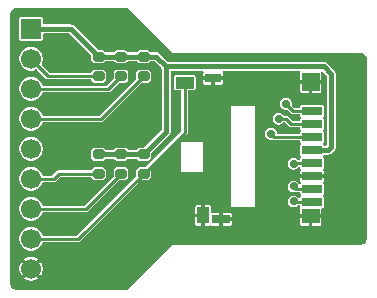
<source format=gbr>
%TF.GenerationSoftware,KiCad,Pcbnew,9.0.2+dfsg-1*%
%TF.CreationDate,2025-06-02T16:04:06+08:00*%
%TF.ProjectId,sd,73642e6b-6963-4616-945f-706362585858,rev?*%
%TF.SameCoordinates,Original*%
%TF.FileFunction,Copper,L1,Top*%
%TF.FilePolarity,Positive*%
%FSLAX46Y46*%
G04 Gerber Fmt 4.6, Leading zero omitted, Abs format (unit mm)*
G04 Created by KiCad (PCBNEW 9.0.2+dfsg-1) date 2025-06-02 16:04:06*
%MOMM*%
%LPD*%
G01*
G04 APERTURE LIST*
G04 Aperture macros list*
%AMRoundRect*
0 Rectangle with rounded corners*
0 $1 Rounding radius*
0 $2 $3 $4 $5 $6 $7 $8 $9 X,Y pos of 4 corners*
0 Add a 4 corners polygon primitive as box body*
4,1,4,$2,$3,$4,$5,$6,$7,$8,$9,$2,$3,0*
0 Add four circle primitives for the rounded corners*
1,1,$1+$1,$2,$3*
1,1,$1+$1,$4,$5*
1,1,$1+$1,$6,$7*
1,1,$1+$1,$8,$9*
0 Add four rect primitives between the rounded corners*
20,1,$1+$1,$2,$3,$4,$5,0*
20,1,$1+$1,$4,$5,$6,$7,0*
20,1,$1+$1,$6,$7,$8,$9,0*
20,1,$1+$1,$8,$9,$2,$3,0*%
G04 Aperture macros list end*
%TA.AperFunction,SMDPad,CuDef*%
%ADD10RoundRect,0.200000X-0.275000X0.200000X-0.275000X-0.200000X0.275000X-0.200000X0.275000X0.200000X0*%
%TD*%
%TA.AperFunction,SMDPad,CuDef*%
%ADD11R,1.750000X0.700000*%
%TD*%
%TA.AperFunction,SMDPad,CuDef*%
%ADD12R,1.000000X1.450000*%
%TD*%
%TA.AperFunction,SMDPad,CuDef*%
%ADD13R,1.550000X1.000000*%
%TD*%
%TA.AperFunction,SMDPad,CuDef*%
%ADD14R,1.500000X0.800000*%
%TD*%
%TA.AperFunction,SMDPad,CuDef*%
%ADD15R,1.500000X1.300000*%
%TD*%
%TA.AperFunction,SMDPad,CuDef*%
%ADD16R,1.500000X1.500000*%
%TD*%
%TA.AperFunction,SMDPad,CuDef*%
%ADD17R,1.400000X0.800000*%
%TD*%
%TA.AperFunction,ComponentPad*%
%ADD18R,1.700000X1.700000*%
%TD*%
%TA.AperFunction,ComponentPad*%
%ADD19C,1.700000*%
%TD*%
%TA.AperFunction,ViaPad*%
%ADD20C,0.700000*%
%TD*%
%TA.AperFunction,Conductor*%
%ADD21C,0.228600*%
%TD*%
%TA.AperFunction,Conductor*%
%ADD22C,0.457200*%
%TD*%
G04 APERTURE END LIST*
D10*
%TO.P,R5,1*%
%TO.N,VCC*%
X155575000Y-95695000D03*
%TO.P,R5,2*%
%TO.N,/D1*%
X155575000Y-97345000D03*
%TD*%
D11*
%TO.P,J1,1,DAT2*%
%TO.N,/D2*%
X171757500Y-92055000D03*
%TO.P,J1,2,DAT3/CD*%
%TO.N,/D3*%
X171757500Y-93155000D03*
%TO.P,J1,3,CMD*%
%TO.N,/CMD*%
X171757500Y-94255000D03*
%TO.P,J1,4,VDD*%
%TO.N,VCC*%
X171757500Y-95355000D03*
%TO.P,J1,5,CLK*%
%TO.N,/CLK*%
X171757500Y-96455000D03*
%TO.P,J1,6,VSS*%
%TO.N,GND*%
X171757500Y-97555000D03*
%TO.P,J1,7,DAT0*%
%TO.N,/D0*%
X171757500Y-98655000D03*
%TO.P,J1,8,DAT1*%
%TO.N,/D1*%
X171757500Y-99755000D03*
D12*
%TO.P,J1,9,DET_B*%
%TO.N,GND*%
X162532500Y-100880000D03*
D13*
%TO.P,J1,10,DET_A*%
%TO.N,/DET*%
X160957500Y-89655000D03*
D14*
%TO.P,J1,11,SHIELD*%
%TO.N,GND*%
X164032500Y-101205000D03*
D15*
X171632500Y-100955000D03*
D16*
X171632500Y-89605000D03*
D17*
X163382500Y-89255000D03*
%TD*%
D10*
%TO.P,R1,1*%
%TO.N,VCC*%
X153670000Y-87440000D03*
%TO.P,R1,2*%
%TO.N,/D2*%
X153670000Y-89090000D03*
%TD*%
%TO.P,R2,1*%
%TO.N,VCC*%
X155575000Y-87440000D03*
%TO.P,R2,2*%
%TO.N,/D3*%
X155575000Y-89090000D03*
%TD*%
D18*
%TO.P,J2,1,Pin_1*%
%TO.N,VCC*%
X147955000Y-85090000D03*
D19*
%TO.P,J2,2,Pin_2*%
%TO.N,/D2*%
X147955000Y-87630000D03*
%TO.P,J2,3,Pin_3*%
%TO.N,/D3*%
X147955000Y-90170000D03*
%TO.P,J2,4,Pin_4*%
%TO.N,/CMD*%
X147955000Y-92710000D03*
%TO.P,J2,5,Pin_5*%
%TO.N,/CLK*%
X147955000Y-95250000D03*
%TO.P,J2,6,Pin_6*%
%TO.N,/D0*%
X147955000Y-97790000D03*
%TO.P,J2,7,Pin_7*%
%TO.N,/D1*%
X147955000Y-100330000D03*
%TO.P,J2,8,Pin_8*%
%TO.N,/DET*%
X147955000Y-102870000D03*
%TO.P,J2,9,Pin_9*%
%TO.N,GND*%
X147955000Y-105410000D03*
%TD*%
D10*
%TO.P,R6,1*%
%TO.N,VCC*%
X157480000Y-95695000D03*
%TO.P,R6,2*%
%TO.N,/DET*%
X157480000Y-97345000D03*
%TD*%
%TO.P,R4,1*%
%TO.N,VCC*%
X153670000Y-95695000D03*
%TO.P,R4,2*%
%TO.N,/D0*%
X153670000Y-97345000D03*
%TD*%
%TO.P,R3,1*%
%TO.N,VCC*%
X157480000Y-87440000D03*
%TO.P,R3,2*%
%TO.N,/CMD*%
X157480000Y-89090000D03*
%TD*%
D20*
%TO.N,GND*%
X150495000Y-86995000D03*
X151765000Y-86995000D03*
X151765000Y-88265000D03*
X150495000Y-88265000D03*
X151765000Y-101600000D03*
X150495000Y-101600000D03*
X151765000Y-93980000D03*
X150495000Y-93980000D03*
X150495000Y-99060000D03*
X151765000Y-96520000D03*
X150495000Y-96520000D03*
X168910000Y-89535000D03*
X158115000Y-99060000D03*
X168910000Y-102235000D03*
X170180000Y-102235000D03*
X173990000Y-98425000D03*
X155575000Y-105410000D03*
X163830000Y-99060000D03*
X154305000Y-85090000D03*
X153670000Y-93980000D03*
X167640000Y-102235000D03*
X168275000Y-99060000D03*
X170180000Y-89535000D03*
X154305000Y-105410000D03*
X150495000Y-91440000D03*
X153035000Y-85090000D03*
X151765000Y-91440000D03*
X163830000Y-95250000D03*
X162560000Y-92075000D03*
X153035000Y-105410000D03*
X167640000Y-89535000D03*
X160020000Y-99060000D03*
X173990000Y-96520000D03*
X168275000Y-95250000D03*
X155575000Y-85090000D03*
X155575000Y-93980000D03*
X151765000Y-99060000D03*
X157480000Y-91440000D03*
%TO.N,/CLK*%
X170180000Y-96520000D03*
%TO.N,/D1*%
X170180000Y-99695000D03*
%TO.N,/D3*%
X168910000Y-92710000D03*
%TO.N,/D0*%
X170180000Y-98425000D03*
%TO.N,/CMD*%
X168275000Y-93980000D03*
%TO.N,/D2*%
X169545000Y-91440000D03*
%TO.N,GND*%
X156845000Y-105410000D03*
%TD*%
D21*
%TO.N,/D2*%
X171757500Y-92055000D02*
X170160000Y-92055000D01*
X170160000Y-92055000D02*
X169545000Y-91440000D01*
%TO.N,/D3*%
X169545000Y-92710000D02*
X168910000Y-92710000D01*
%TO.N,/CMD*%
X168275000Y-93980000D02*
X168550000Y-94255000D01*
X168550000Y-94255000D02*
X171757500Y-94255000D01*
%TO.N,/D0*%
X147955000Y-97790000D02*
X149860000Y-97790000D01*
X149860000Y-97790000D02*
X150305000Y-97345000D01*
X150305000Y-97345000D02*
X153670000Y-97345000D01*
D22*
%TO.N,VCC*%
X172720000Y-88265000D02*
X159385000Y-88265000D01*
X159385000Y-88265000D02*
X159385000Y-93790000D01*
X159385000Y-88265000D02*
X158560000Y-87440000D01*
X158560000Y-87440000D02*
X157480000Y-87440000D01*
X157480000Y-95695000D02*
X155575000Y-95695000D01*
X151320000Y-85090000D02*
X153670000Y-87440000D01*
X159385000Y-93790000D02*
X157480000Y-95695000D01*
X155575000Y-87440000D02*
X153670000Y-87440000D01*
X173355000Y-95089700D02*
X173355000Y-88900000D01*
X155575000Y-95695000D02*
X153670000Y-95695000D01*
X171757500Y-95355000D02*
X173089700Y-95355000D01*
X173089700Y-95355000D02*
X173355000Y-95089700D01*
X147955000Y-85090000D02*
X151320000Y-85090000D01*
X173355000Y-88900000D02*
X172720000Y-88265000D01*
X157480000Y-87440000D02*
X155575000Y-87440000D01*
D21*
%TO.N,/CLK*%
X170245000Y-96455000D02*
X170180000Y-96520000D01*
X171757500Y-96455000D02*
X170245000Y-96455000D01*
%TO.N,/D1*%
X155575000Y-97345000D02*
X152590000Y-100330000D01*
X170240000Y-99755000D02*
X170180000Y-99695000D01*
X171757500Y-99755000D02*
X170240000Y-99755000D01*
X152590000Y-100330000D02*
X147955000Y-100330000D01*
%TO.N,/DET*%
X160957500Y-93867500D02*
X160957500Y-89655000D01*
X157480000Y-97345000D02*
X160957500Y-93867500D01*
X147955000Y-102870000D02*
X151955000Y-102870000D01*
X151955000Y-102870000D02*
X157480000Y-97345000D01*
%TO.N,/D3*%
X154495000Y-90170000D02*
X155575000Y-89090000D01*
X147955000Y-90170000D02*
X154495000Y-90170000D01*
X171757500Y-93155000D02*
X169990000Y-93155000D01*
X169990000Y-93155000D02*
X169545000Y-92710000D01*
%TO.N,/D0*%
X171757500Y-98655000D02*
X170410000Y-98655000D01*
X170410000Y-98655000D02*
X170180000Y-98425000D01*
%TO.N,/CMD*%
X147955000Y-92710000D02*
X153860000Y-92710000D01*
X153860000Y-92710000D02*
X157480000Y-89090000D01*
%TO.N,/D2*%
X153670000Y-89090000D02*
X149415000Y-89090000D01*
X149415000Y-89090000D02*
X147955000Y-87630000D01*
%TD*%
%TA.AperFunction,Conductor*%
%TO.N,GND*%
G36*
X156163856Y-83355493D02*
G01*
X156168692Y-83359926D01*
X159933388Y-87124622D01*
X159933389Y-87124622D01*
X159933390Y-87124623D01*
X159957775Y-87134723D01*
X159957776Y-87134724D01*
X159957777Y-87134724D01*
X159989586Y-87147900D01*
X159989587Y-87147900D01*
X160050414Y-87147900D01*
X175860102Y-87147900D01*
X175890069Y-87147900D01*
X175899884Y-87148543D01*
X176009964Y-87163035D01*
X176028920Y-87168114D01*
X176126907Y-87208702D01*
X176143902Y-87218514D01*
X176185973Y-87250796D01*
X176228041Y-87283077D01*
X176241922Y-87296958D01*
X176306483Y-87381094D01*
X176316299Y-87398095D01*
X176356884Y-87496076D01*
X176361965Y-87515038D01*
X176376457Y-87625114D01*
X176377100Y-87634930D01*
X176377100Y-102865069D01*
X176376457Y-102874885D01*
X176361965Y-102984961D01*
X176356884Y-103003923D01*
X176316299Y-103101904D01*
X176306483Y-103118905D01*
X176241922Y-103203041D01*
X176228041Y-103216922D01*
X176143905Y-103281483D01*
X176126904Y-103291299D01*
X176028923Y-103331884D01*
X176009961Y-103336965D01*
X175948558Y-103345049D01*
X175899883Y-103351457D01*
X175890069Y-103352100D01*
X159989586Y-103352100D01*
X159966309Y-103361741D01*
X159966307Y-103361741D01*
X159933391Y-103375376D01*
X159933388Y-103375378D01*
X156168692Y-107140074D01*
X156122072Y-107161814D01*
X156115518Y-107162100D01*
X146689931Y-107162100D01*
X146680116Y-107161457D01*
X146633046Y-107155260D01*
X146570038Y-107146965D01*
X146551076Y-107141884D01*
X146453095Y-107101299D01*
X146436094Y-107091483D01*
X146351958Y-107026922D01*
X146338077Y-107013041D01*
X146273516Y-106928905D01*
X146263702Y-106911907D01*
X146223114Y-106813920D01*
X146218035Y-106794964D01*
X146203543Y-106684884D01*
X146202900Y-106675069D01*
X146202900Y-105311270D01*
X146952600Y-105311270D01*
X146952600Y-105508729D01*
X146991121Y-105702385D01*
X146991122Y-105702388D01*
X147066684Y-105884812D01*
X147145982Y-106003491D01*
X147510086Y-105639386D01*
X147554901Y-105717007D01*
X147647993Y-105810099D01*
X147725611Y-105854912D01*
X147361507Y-106219016D01*
X147480187Y-106298315D01*
X147662611Y-106373877D01*
X147662614Y-106373878D01*
X147856270Y-106412400D01*
X148053730Y-106412400D01*
X148247385Y-106373878D01*
X148247388Y-106373877D01*
X148429816Y-106298313D01*
X148548490Y-106219017D01*
X148548491Y-106219016D01*
X148184387Y-105854912D01*
X148262007Y-105810099D01*
X148355099Y-105717007D01*
X148399912Y-105639387D01*
X148764016Y-106003491D01*
X148764017Y-106003490D01*
X148843313Y-105884816D01*
X148918877Y-105702388D01*
X148918878Y-105702385D01*
X148957400Y-105508729D01*
X148957400Y-105311270D01*
X148918878Y-105117614D01*
X148918877Y-105117611D01*
X148843315Y-104935187D01*
X148764016Y-104816507D01*
X148399912Y-105180611D01*
X148355099Y-105102993D01*
X148262007Y-105009901D01*
X148184387Y-104965087D01*
X148548491Y-104600982D01*
X148429812Y-104521684D01*
X148247388Y-104446122D01*
X148247385Y-104446121D01*
X148053730Y-104407600D01*
X147856270Y-104407600D01*
X147662614Y-104446121D01*
X147662611Y-104446122D01*
X147480184Y-104521685D01*
X147361507Y-104600981D01*
X147361507Y-104600982D01*
X147725612Y-104965087D01*
X147647993Y-105009901D01*
X147554901Y-105102993D01*
X147510087Y-105180612D01*
X147145982Y-104816507D01*
X147145981Y-104816507D01*
X147066685Y-104935184D01*
X146991122Y-105117611D01*
X146991121Y-105117614D01*
X146952600Y-105311270D01*
X146202900Y-105311270D01*
X146202900Y-102771222D01*
X146952100Y-102771222D01*
X146952100Y-102968777D01*
X146990641Y-103162537D01*
X146990642Y-103162538D01*
X147062892Y-103336965D01*
X147066241Y-103345051D01*
X147175996Y-103509312D01*
X147175997Y-103509313D01*
X147176000Y-103509317D01*
X147315682Y-103648999D01*
X147315685Y-103649001D01*
X147315688Y-103649004D01*
X147479949Y-103758759D01*
X147662461Y-103834357D01*
X147662462Y-103834358D01*
X147662463Y-103834358D01*
X147662465Y-103834359D01*
X147792218Y-103860168D01*
X147856222Y-103872900D01*
X147856223Y-103872900D01*
X148053778Y-103872900D01*
X148101889Y-103863329D01*
X148247535Y-103834359D01*
X148430051Y-103758759D01*
X148594312Y-103649004D01*
X148734004Y-103509312D01*
X148843759Y-103345051D01*
X148910625Y-103183620D01*
X148945376Y-103145697D01*
X148980100Y-103137200D01*
X152008147Y-103137200D01*
X152008149Y-103137200D01*
X152106357Y-103096521D01*
X153582866Y-101620012D01*
X161880100Y-101620012D01*
X161888941Y-101664462D01*
X161888942Y-101664464D01*
X161922626Y-101714873D01*
X161973035Y-101748557D01*
X161973037Y-101748558D01*
X162017487Y-101757400D01*
X162380100Y-101757400D01*
X162684900Y-101757400D01*
X163047513Y-101757400D01*
X163091962Y-101748558D01*
X163091964Y-101748557D01*
X163115719Y-101732684D01*
X163165684Y-101720456D01*
X163199281Y-101732684D01*
X163223035Y-101748557D01*
X163223037Y-101748558D01*
X163267487Y-101757400D01*
X163880100Y-101757400D01*
X164184900Y-101757400D01*
X164797513Y-101757400D01*
X164841962Y-101748558D01*
X164841964Y-101748557D01*
X164892373Y-101714873D01*
X164926057Y-101664464D01*
X164926058Y-101664462D01*
X164934900Y-101620012D01*
X170730100Y-101620012D01*
X170738941Y-101664462D01*
X170738942Y-101664464D01*
X170772626Y-101714873D01*
X170823035Y-101748557D01*
X170823037Y-101748558D01*
X170867487Y-101757400D01*
X171480100Y-101757400D01*
X171784900Y-101757400D01*
X172397513Y-101757400D01*
X172441962Y-101748558D01*
X172441964Y-101748557D01*
X172492373Y-101714873D01*
X172526057Y-101664464D01*
X172526058Y-101664462D01*
X172534900Y-101620012D01*
X172534900Y-101107400D01*
X171784900Y-101107400D01*
X171784900Y-101757400D01*
X171480100Y-101757400D01*
X171480100Y-101107400D01*
X170730100Y-101107400D01*
X170730100Y-101620012D01*
X164934900Y-101620012D01*
X164934900Y-101357400D01*
X164184900Y-101357400D01*
X164184900Y-101757400D01*
X163880100Y-101757400D01*
X163880100Y-101052600D01*
X164184900Y-101052600D01*
X164934900Y-101052600D01*
X164934900Y-100789987D01*
X164926058Y-100745537D01*
X164926057Y-100745535D01*
X164892373Y-100695126D01*
X164841964Y-100661442D01*
X164841962Y-100661441D01*
X164797513Y-100652600D01*
X164184900Y-100652600D01*
X164184900Y-101052600D01*
X163880100Y-101052600D01*
X163880100Y-100652600D01*
X163267485Y-100652600D01*
X163267454Y-100652603D01*
X163267442Y-100652600D01*
X163263794Y-100652600D01*
X163263794Y-100651664D01*
X163217628Y-100639821D01*
X163187675Y-100598001D01*
X163184900Y-100577763D01*
X163184900Y-100155000D01*
X164882500Y-100155000D01*
X166882500Y-100155000D01*
X166882500Y-98358792D01*
X169677100Y-98358792D01*
X169677100Y-98491208D01*
X169697662Y-98567950D01*
X169711371Y-98619114D01*
X169777578Y-98733786D01*
X169777582Y-98733792D01*
X169871207Y-98827417D01*
X169871210Y-98827419D01*
X169871212Y-98827421D01*
X169921775Y-98856613D01*
X169985885Y-98893628D01*
X169985887Y-98893628D01*
X169985888Y-98893629D01*
X170113792Y-98927900D01*
X170113794Y-98927900D01*
X170246209Y-98927900D01*
X170274311Y-98920369D01*
X170297089Y-98914266D01*
X170345332Y-98917428D01*
X170356851Y-98922200D01*
X170463149Y-98922200D01*
X170654401Y-98922200D01*
X170702739Y-98939793D01*
X170728459Y-98984342D01*
X170729601Y-98997400D01*
X170729601Y-99020057D01*
X170738472Y-99064659D01*
X170772265Y-99115233D01*
X170772266Y-99115234D01*
X170813031Y-99142472D01*
X170843449Y-99183955D01*
X170840085Y-99235285D01*
X170813033Y-99267525D01*
X170772266Y-99294765D01*
X170738472Y-99345342D01*
X170738472Y-99345343D01*
X170731417Y-99380806D01*
X170704730Y-99424782D01*
X170656019Y-99441315D01*
X170608078Y-99422670D01*
X170592536Y-99403732D01*
X170582420Y-99386210D01*
X170488792Y-99292582D01*
X170488786Y-99292578D01*
X170374114Y-99226371D01*
X170310160Y-99209235D01*
X170246208Y-99192100D01*
X170113792Y-99192100D01*
X170062630Y-99205808D01*
X169985885Y-99226371D01*
X169871213Y-99292578D01*
X169871207Y-99292582D01*
X169777582Y-99386207D01*
X169777578Y-99386213D01*
X169711371Y-99500885D01*
X169697945Y-99550996D01*
X169677100Y-99628792D01*
X169677100Y-99761208D01*
X169697662Y-99837950D01*
X169711371Y-99889114D01*
X169777578Y-100003786D01*
X169777582Y-100003792D01*
X169871207Y-100097417D01*
X169871210Y-100097419D01*
X169871212Y-100097421D01*
X169910417Y-100120056D01*
X169985885Y-100163628D01*
X169985887Y-100163628D01*
X169985888Y-100163629D01*
X170113792Y-100197900D01*
X170113794Y-100197900D01*
X170246206Y-100197900D01*
X170246208Y-100197900D01*
X170374112Y-100163629D01*
X170488788Y-100097421D01*
X170541983Y-100044225D01*
X170556861Y-100037287D01*
X170569437Y-100026735D01*
X170585602Y-100023884D01*
X170588602Y-100022486D01*
X170595157Y-100022200D01*
X170654401Y-100022200D01*
X170702739Y-100039793D01*
X170728459Y-100084342D01*
X170729601Y-100097400D01*
X170729601Y-100120057D01*
X170738472Y-100164659D01*
X170741307Y-100171504D01*
X170739873Y-100172097D01*
X170750037Y-100213640D01*
X170741032Y-100238383D01*
X170741777Y-100238692D01*
X170738941Y-100245537D01*
X170730100Y-100289987D01*
X170730100Y-100802600D01*
X172534900Y-100802600D01*
X172534900Y-100333099D01*
X172552493Y-100284761D01*
X172597042Y-100259041D01*
X172610099Y-100257899D01*
X172647556Y-100257899D01*
X172692158Y-100249028D01*
X172742734Y-100215234D01*
X172776528Y-100164658D01*
X172785400Y-100120057D01*
X172785399Y-99389944D01*
X172776528Y-99345342D01*
X172742734Y-99294766D01*
X172701965Y-99267525D01*
X172671550Y-99226043D01*
X172674914Y-99174714D01*
X172701965Y-99142474D01*
X172742734Y-99115234D01*
X172776528Y-99064658D01*
X172785400Y-99020057D01*
X172785399Y-98289944D01*
X172776528Y-98245342D01*
X172772951Y-98239989D01*
X172742735Y-98194767D01*
X172742734Y-98194766D01*
X172701516Y-98167225D01*
X172671101Y-98125743D01*
X172674465Y-98074414D01*
X172701518Y-98042174D01*
X172742373Y-98014874D01*
X172776057Y-97964464D01*
X172776058Y-97964462D01*
X172784900Y-97920012D01*
X172784900Y-97707400D01*
X170730100Y-97707400D01*
X170730100Y-97920012D01*
X170738941Y-97964462D01*
X170738942Y-97964464D01*
X170772626Y-98014874D01*
X170813481Y-98042173D01*
X170815452Y-98044861D01*
X170818613Y-98045925D01*
X170830456Y-98065324D01*
X170843898Y-98083656D01*
X170843679Y-98086983D01*
X170845417Y-98089829D01*
X170842020Y-98112301D01*
X170840533Y-98134986D01*
X170838085Y-98138333D01*
X170837729Y-98140691D01*
X170830887Y-98148177D01*
X170821437Y-98161103D01*
X170817654Y-98164437D01*
X170772266Y-98194766D01*
X170756498Y-98218364D01*
X170749145Y-98224848D01*
X170733771Y-98230874D01*
X170720450Y-98240641D01*
X170710518Y-98239989D01*
X170701254Y-98243621D01*
X170685602Y-98238355D01*
X170669121Y-98237274D01*
X170661150Y-98230128D01*
X170652499Y-98227218D01*
X170645964Y-98216514D01*
X170634285Y-98206044D01*
X170582421Y-98116212D01*
X170582419Y-98116210D01*
X170582417Y-98116207D01*
X170488792Y-98022582D01*
X170488786Y-98022578D01*
X170374114Y-97956371D01*
X170310160Y-97939235D01*
X170246208Y-97922100D01*
X170113792Y-97922100D01*
X170062630Y-97935808D01*
X169985885Y-97956371D01*
X169871213Y-98022578D01*
X169871207Y-98022582D01*
X169777582Y-98116207D01*
X169777578Y-98116213D01*
X169711371Y-98230885D01*
X169695547Y-98289944D01*
X169677100Y-98358792D01*
X166882500Y-98358792D01*
X166882500Y-91655000D01*
X164882500Y-91655000D01*
X164882500Y-100155000D01*
X163184900Y-100155000D01*
X163184900Y-100139987D01*
X163176058Y-100095537D01*
X163176057Y-100095535D01*
X163142373Y-100045126D01*
X163091964Y-100011442D01*
X163091962Y-100011441D01*
X163047513Y-100002600D01*
X162684900Y-100002600D01*
X162684900Y-101757400D01*
X162380100Y-101757400D01*
X162380100Y-101032400D01*
X161880100Y-101032400D01*
X161880100Y-101620012D01*
X153582866Y-101620012D01*
X155062891Y-100139987D01*
X161880100Y-100139987D01*
X161880100Y-100727600D01*
X162380100Y-100727600D01*
X162380100Y-100002600D01*
X162017487Y-100002600D01*
X161973037Y-100011441D01*
X161973035Y-100011442D01*
X161922626Y-100045126D01*
X161888942Y-100095535D01*
X161888941Y-100095537D01*
X161880100Y-100139987D01*
X155062891Y-100139987D01*
X157282952Y-97919926D01*
X157329572Y-97898186D01*
X157336126Y-97897900D01*
X157788492Y-97897900D01*
X157788494Y-97897900D01*
X157788498Y-97897899D01*
X157788502Y-97897899D01*
X157798245Y-97896479D01*
X157857088Y-97887906D01*
X157962898Y-97836179D01*
X158046179Y-97752898D01*
X158097906Y-97647088D01*
X158107900Y-97578494D01*
X158107900Y-97205000D01*
X160682500Y-97205000D01*
X162532500Y-97205000D01*
X162532500Y-94705000D01*
X160682500Y-94705000D01*
X160682500Y-97205000D01*
X158107900Y-97205000D01*
X158107900Y-97126125D01*
X158125493Y-97077787D01*
X158129926Y-97072951D01*
X160554126Y-94648752D01*
X160554126Y-94648751D01*
X161184021Y-94018857D01*
X161224700Y-93920649D01*
X161224700Y-93814351D01*
X161224700Y-90383099D01*
X161229463Y-90370012D01*
X170730100Y-90370012D01*
X170738941Y-90414462D01*
X170738942Y-90414464D01*
X170772626Y-90464873D01*
X170823035Y-90498557D01*
X170823037Y-90498558D01*
X170867487Y-90507400D01*
X171480100Y-90507400D01*
X171784900Y-90507400D01*
X172397513Y-90507400D01*
X172441962Y-90498558D01*
X172441964Y-90498557D01*
X172492373Y-90464873D01*
X172526057Y-90414464D01*
X172526058Y-90414462D01*
X172534900Y-90370012D01*
X172534900Y-89757400D01*
X171784900Y-89757400D01*
X171784900Y-90507400D01*
X171480100Y-90507400D01*
X171480100Y-89757400D01*
X170730100Y-89757400D01*
X170730100Y-90370012D01*
X161229463Y-90370012D01*
X161242293Y-90334761D01*
X161286842Y-90309041D01*
X161299900Y-90307899D01*
X161747556Y-90307899D01*
X161792158Y-90299028D01*
X161842734Y-90265234D01*
X161876528Y-90214658D01*
X161885400Y-90170057D01*
X161885400Y-89670012D01*
X162530100Y-89670012D01*
X162538941Y-89714462D01*
X162538942Y-89714464D01*
X162572626Y-89764873D01*
X162623035Y-89798557D01*
X162623037Y-89798558D01*
X162667487Y-89807400D01*
X163230100Y-89807400D01*
X163534900Y-89807400D01*
X164097513Y-89807400D01*
X164141962Y-89798558D01*
X164141964Y-89798557D01*
X164192373Y-89764873D01*
X164226057Y-89714464D01*
X164226059Y-89714458D01*
X164226633Y-89711577D01*
X164234899Y-89670014D01*
X164234900Y-89670013D01*
X164234900Y-89407400D01*
X163534900Y-89407400D01*
X163534900Y-89807400D01*
X163230100Y-89807400D01*
X163230100Y-89407400D01*
X162530100Y-89407400D01*
X162530100Y-89670012D01*
X161885400Y-89670012D01*
X161885399Y-89139944D01*
X161876528Y-89095342D01*
X161868025Y-89082617D01*
X161842735Y-89044767D01*
X161829610Y-89035997D01*
X161792158Y-89010972D01*
X161792156Y-89010971D01*
X161747557Y-89002100D01*
X160167444Y-89002100D01*
X160167442Y-89002101D01*
X160122840Y-89010972D01*
X160072267Y-89044764D01*
X160038472Y-89095342D01*
X160038471Y-89095343D01*
X160029600Y-89139942D01*
X160029600Y-90170055D01*
X160029601Y-90170057D01*
X160038472Y-90214659D01*
X160072264Y-90265232D01*
X160072265Y-90265232D01*
X160072266Y-90265234D01*
X160122842Y-90299028D01*
X160167443Y-90307900D01*
X160615100Y-90307899D01*
X160663438Y-90325492D01*
X160689158Y-90370040D01*
X160690300Y-90383099D01*
X160690300Y-93725674D01*
X160672707Y-93774012D01*
X160668274Y-93778848D01*
X157677048Y-96770074D01*
X157630428Y-96791814D01*
X157623874Y-96792100D01*
X157171497Y-96792100D01*
X157102911Y-96802094D01*
X156997099Y-96853822D01*
X156913822Y-96937099D01*
X156862094Y-97042911D01*
X156852100Y-97111497D01*
X156852100Y-97563873D01*
X156834507Y-97612211D01*
X156830074Y-97617047D01*
X151866348Y-102580774D01*
X151819728Y-102602514D01*
X151813174Y-102602800D01*
X148980100Y-102602800D01*
X148931762Y-102585207D01*
X148910625Y-102556379D01*
X148843759Y-102394949D01*
X148734004Y-102230688D01*
X148734001Y-102230685D01*
X148733999Y-102230682D01*
X148594317Y-102091000D01*
X148594313Y-102090997D01*
X148594312Y-102090996D01*
X148430051Y-101981241D01*
X148430049Y-101981240D01*
X148247538Y-101905642D01*
X148247537Y-101905641D01*
X148053778Y-101867100D01*
X148053777Y-101867100D01*
X147856223Y-101867100D01*
X147856222Y-101867100D01*
X147662462Y-101905641D01*
X147662461Y-101905642D01*
X147479950Y-101981240D01*
X147315682Y-102091000D01*
X147176000Y-102230682D01*
X147066240Y-102394950D01*
X146990642Y-102577461D01*
X146990641Y-102577462D01*
X146952100Y-102771222D01*
X146202900Y-102771222D01*
X146202900Y-100231222D01*
X146952100Y-100231222D01*
X146952100Y-100428777D01*
X146990641Y-100622537D01*
X146990642Y-100622538D01*
X147060001Y-100789987D01*
X147066241Y-100805051D01*
X147175996Y-100969312D01*
X147175997Y-100969313D01*
X147176000Y-100969317D01*
X147315682Y-101108999D01*
X147315685Y-101109001D01*
X147315688Y-101109004D01*
X147479949Y-101218759D01*
X147662461Y-101294357D01*
X147662462Y-101294358D01*
X147662463Y-101294358D01*
X147662465Y-101294359D01*
X147792218Y-101320168D01*
X147856222Y-101332900D01*
X147856223Y-101332900D01*
X148053778Y-101332900D01*
X148101889Y-101323329D01*
X148247535Y-101294359D01*
X148430051Y-101218759D01*
X148594312Y-101109004D01*
X148734004Y-100969312D01*
X148843759Y-100805051D01*
X148910625Y-100643620D01*
X148945376Y-100605697D01*
X148980100Y-100597200D01*
X152643147Y-100597200D01*
X152643149Y-100597200D01*
X152741357Y-100556521D01*
X155377952Y-97919926D01*
X155424572Y-97898186D01*
X155431126Y-97897900D01*
X155883492Y-97897900D01*
X155883494Y-97897900D01*
X155883498Y-97897899D01*
X155883502Y-97897899D01*
X155893245Y-97896479D01*
X155952088Y-97887906D01*
X156057898Y-97836179D01*
X156141179Y-97752898D01*
X156192906Y-97647088D01*
X156202900Y-97578494D01*
X156202900Y-97111506D01*
X156192906Y-97042912D01*
X156141179Y-96937102D01*
X156141177Y-96937100D01*
X156141177Y-96937099D01*
X156057900Y-96853822D01*
X156057898Y-96853821D01*
X155952088Y-96802094D01*
X155883502Y-96792100D01*
X155883494Y-96792100D01*
X155266506Y-96792100D01*
X155266497Y-96792100D01*
X155197911Y-96802094D01*
X155092099Y-96853822D01*
X155008822Y-96937099D01*
X154957094Y-97042911D01*
X154947100Y-97111497D01*
X154947100Y-97563873D01*
X154929507Y-97612211D01*
X154925074Y-97617047D01*
X152501348Y-100040774D01*
X152454728Y-100062514D01*
X152448174Y-100062800D01*
X148980100Y-100062800D01*
X148931762Y-100045207D01*
X148910625Y-100016379D01*
X148843759Y-99854949D01*
X148734004Y-99690688D01*
X148734001Y-99690685D01*
X148733999Y-99690682D01*
X148594317Y-99551000D01*
X148594313Y-99550997D01*
X148594312Y-99550996D01*
X148430051Y-99441241D01*
X148430049Y-99441240D01*
X148247538Y-99365642D01*
X148247537Y-99365641D01*
X148053778Y-99327100D01*
X148053777Y-99327100D01*
X147856223Y-99327100D01*
X147856222Y-99327100D01*
X147662462Y-99365641D01*
X147662461Y-99365642D01*
X147479950Y-99441240D01*
X147315682Y-99551000D01*
X147176000Y-99690682D01*
X147066240Y-99854950D01*
X146990642Y-100037461D01*
X146990641Y-100037462D01*
X146952100Y-100231222D01*
X146202900Y-100231222D01*
X146202900Y-97691222D01*
X146952100Y-97691222D01*
X146952100Y-97888777D01*
X146990641Y-98082537D01*
X146990642Y-98082538D01*
X147058077Y-98245342D01*
X147066241Y-98265051D01*
X147175996Y-98429312D01*
X147175997Y-98429313D01*
X147176000Y-98429317D01*
X147315682Y-98568999D01*
X147315685Y-98569001D01*
X147315688Y-98569004D01*
X147479949Y-98678759D01*
X147662461Y-98754357D01*
X147662462Y-98754358D01*
X147662463Y-98754358D01*
X147662465Y-98754359D01*
X147792218Y-98780168D01*
X147856222Y-98792900D01*
X147856223Y-98792900D01*
X148053778Y-98792900D01*
X148101889Y-98783329D01*
X148247535Y-98754359D01*
X148430051Y-98678759D01*
X148594312Y-98569004D01*
X148734004Y-98429312D01*
X148843759Y-98265051D01*
X148910625Y-98103620D01*
X148945376Y-98065697D01*
X148980100Y-98057200D01*
X149913147Y-98057200D01*
X149913149Y-98057200D01*
X150011357Y-98016521D01*
X150393652Y-97634226D01*
X150440272Y-97612486D01*
X150446826Y-97612200D01*
X152988096Y-97612200D01*
X153036434Y-97629793D01*
X153055655Y-97654372D01*
X153103822Y-97752900D01*
X153187099Y-97836177D01*
X153187100Y-97836177D01*
X153187102Y-97836179D01*
X153292912Y-97887906D01*
X153343180Y-97895230D01*
X153361497Y-97897899D01*
X153361502Y-97897899D01*
X153361506Y-97897900D01*
X153361508Y-97897900D01*
X153978492Y-97897900D01*
X153978494Y-97897900D01*
X153978498Y-97897899D01*
X153978502Y-97897899D01*
X153988245Y-97896479D01*
X154047088Y-97887906D01*
X154152898Y-97836179D01*
X154236179Y-97752898D01*
X154287906Y-97647088D01*
X154297900Y-97578494D01*
X154297900Y-97111506D01*
X154287906Y-97042912D01*
X154236179Y-96937102D01*
X154236177Y-96937100D01*
X154236177Y-96937099D01*
X154152900Y-96853822D01*
X154152898Y-96853821D01*
X154047088Y-96802094D01*
X153978502Y-96792100D01*
X153978494Y-96792100D01*
X153361506Y-96792100D01*
X153361497Y-96792100D01*
X153292911Y-96802094D01*
X153187099Y-96853822D01*
X153103822Y-96937099D01*
X153055655Y-97035628D01*
X153018620Y-97071327D01*
X152988096Y-97077800D01*
X150358149Y-97077800D01*
X150251851Y-97077800D01*
X150189919Y-97103452D01*
X150153640Y-97118480D01*
X149771348Y-97500774D01*
X149724728Y-97522514D01*
X149718174Y-97522800D01*
X148980100Y-97522800D01*
X148931762Y-97505207D01*
X148910625Y-97476379D01*
X148843759Y-97314949D01*
X148734004Y-97150688D01*
X148734001Y-97150685D01*
X148733999Y-97150682D01*
X148594317Y-97011000D01*
X148594313Y-97010997D01*
X148594312Y-97010996D01*
X148430051Y-96901241D01*
X148341734Y-96864659D01*
X148247538Y-96825642D01*
X148247537Y-96825641D01*
X148053778Y-96787100D01*
X148053777Y-96787100D01*
X147856223Y-96787100D01*
X147856222Y-96787100D01*
X147662462Y-96825641D01*
X147662461Y-96825642D01*
X147479950Y-96901240D01*
X147315682Y-97011000D01*
X147176000Y-97150682D01*
X147066240Y-97314950D01*
X146990642Y-97497461D01*
X146990641Y-97497462D01*
X146952100Y-97691222D01*
X146202900Y-97691222D01*
X146202900Y-95151222D01*
X146952100Y-95151222D01*
X146952100Y-95348777D01*
X146990641Y-95542537D01*
X146990642Y-95542538D01*
X147064172Y-95720056D01*
X147066241Y-95725051D01*
X147175996Y-95889312D01*
X147175997Y-95889313D01*
X147176000Y-95889317D01*
X147315682Y-96028999D01*
X147315685Y-96029001D01*
X147315688Y-96029004D01*
X147479949Y-96138759D01*
X147662461Y-96214357D01*
X147662462Y-96214358D01*
X147662463Y-96214358D01*
X147662465Y-96214359D01*
X147792218Y-96240168D01*
X147856222Y-96252900D01*
X147856223Y-96252900D01*
X148053778Y-96252900D01*
X148101889Y-96243329D01*
X148247535Y-96214359D01*
X148430051Y-96138759D01*
X148594312Y-96029004D01*
X148734004Y-95889312D01*
X148843759Y-95725051D01*
X148919359Y-95542535D01*
X148957900Y-95348777D01*
X148957900Y-95151223D01*
X148956028Y-95141814D01*
X148925819Y-94989942D01*
X148919359Y-94957465D01*
X148843759Y-94774949D01*
X148734004Y-94610688D01*
X148734001Y-94610685D01*
X148733999Y-94610682D01*
X148594317Y-94471000D01*
X148594313Y-94470997D01*
X148594312Y-94470996D01*
X148430051Y-94361241D01*
X148430049Y-94361240D01*
X148247538Y-94285642D01*
X148247537Y-94285641D01*
X148053778Y-94247100D01*
X148053777Y-94247100D01*
X147856223Y-94247100D01*
X147856222Y-94247100D01*
X147662462Y-94285641D01*
X147662461Y-94285642D01*
X147479950Y-94361240D01*
X147315682Y-94471000D01*
X147176000Y-94610682D01*
X147066240Y-94774950D01*
X146990642Y-94957461D01*
X146990641Y-94957462D01*
X146952100Y-95151222D01*
X146202900Y-95151222D01*
X146202900Y-92611222D01*
X146952100Y-92611222D01*
X146952100Y-92808777D01*
X146990641Y-93002537D01*
X146990642Y-93002538D01*
X147063581Y-93178629D01*
X147066241Y-93185051D01*
X147175996Y-93349312D01*
X147175997Y-93349313D01*
X147176000Y-93349317D01*
X147315682Y-93488999D01*
X147315685Y-93489001D01*
X147315688Y-93489004D01*
X147479949Y-93598759D01*
X147662461Y-93674357D01*
X147662462Y-93674358D01*
X147662463Y-93674358D01*
X147662465Y-93674359D01*
X147792218Y-93700168D01*
X147856222Y-93712900D01*
X147856223Y-93712900D01*
X148053778Y-93712900D01*
X148101889Y-93703329D01*
X148247535Y-93674359D01*
X148430051Y-93598759D01*
X148594312Y-93489004D01*
X148734004Y-93349312D01*
X148843759Y-93185051D01*
X148910625Y-93023620D01*
X148945376Y-92985697D01*
X148980100Y-92977200D01*
X153913147Y-92977200D01*
X153913149Y-92977200D01*
X154011357Y-92936521D01*
X157282952Y-89664926D01*
X157329572Y-89643186D01*
X157336126Y-89642900D01*
X157788492Y-89642900D01*
X157788494Y-89642900D01*
X157788498Y-89642899D01*
X157788502Y-89642899D01*
X157798245Y-89641479D01*
X157857088Y-89632906D01*
X157962898Y-89581179D01*
X158046179Y-89497898D01*
X158097906Y-89392088D01*
X158107900Y-89323494D01*
X158107900Y-88856506D01*
X158106919Y-88849775D01*
X158102046Y-88816327D01*
X158097906Y-88787912D01*
X158046179Y-88682102D01*
X158046177Y-88682100D01*
X158046177Y-88682099D01*
X157962900Y-88598822D01*
X157953767Y-88594357D01*
X157857088Y-88547094D01*
X157788502Y-88537100D01*
X157788494Y-88537100D01*
X157171506Y-88537100D01*
X157171497Y-88537100D01*
X157102911Y-88547094D01*
X156997099Y-88598822D01*
X156913822Y-88682099D01*
X156862094Y-88787911D01*
X156852100Y-88856497D01*
X156852100Y-89308873D01*
X156834507Y-89357211D01*
X156830074Y-89362047D01*
X153771348Y-92420774D01*
X153724728Y-92442514D01*
X153718174Y-92442800D01*
X148980100Y-92442800D01*
X148931762Y-92425207D01*
X148910625Y-92396379D01*
X148843759Y-92234949D01*
X148734004Y-92070688D01*
X148734001Y-92070685D01*
X148733999Y-92070682D01*
X148594317Y-91931000D01*
X148594313Y-91930997D01*
X148594312Y-91930996D01*
X148430051Y-91821241D01*
X148346560Y-91786658D01*
X148247538Y-91745642D01*
X148247537Y-91745641D01*
X148053778Y-91707100D01*
X148053777Y-91707100D01*
X147856223Y-91707100D01*
X147856222Y-91707100D01*
X147662462Y-91745641D01*
X147662461Y-91745642D01*
X147479950Y-91821240D01*
X147315682Y-91931000D01*
X147176000Y-92070682D01*
X147066240Y-92234950D01*
X146990642Y-92417461D01*
X146990641Y-92417462D01*
X146952100Y-92611222D01*
X146202900Y-92611222D01*
X146202900Y-90071222D01*
X146952100Y-90071222D01*
X146952100Y-90268777D01*
X146990641Y-90462537D01*
X146990642Y-90462538D01*
X147066240Y-90645049D01*
X147066241Y-90645051D01*
X147175996Y-90809312D01*
X147175997Y-90809313D01*
X147176000Y-90809317D01*
X147315682Y-90948999D01*
X147315685Y-90949001D01*
X147315688Y-90949004D01*
X147479949Y-91058759D01*
X147662461Y-91134357D01*
X147662462Y-91134358D01*
X147662463Y-91134358D01*
X147662465Y-91134359D01*
X147792218Y-91160168D01*
X147856222Y-91172900D01*
X147856223Y-91172900D01*
X148053778Y-91172900D01*
X148101889Y-91163329D01*
X148247535Y-91134359D01*
X148430051Y-91058759D01*
X148594312Y-90949004D01*
X148734004Y-90809312D01*
X148843759Y-90645051D01*
X148910625Y-90483620D01*
X148945376Y-90445697D01*
X148980100Y-90437200D01*
X154548147Y-90437200D01*
X154548149Y-90437200D01*
X154646357Y-90396521D01*
X155377952Y-89664926D01*
X155424572Y-89643186D01*
X155431126Y-89642900D01*
X155883492Y-89642900D01*
X155883494Y-89642900D01*
X155883498Y-89642899D01*
X155883502Y-89642899D01*
X155893245Y-89641479D01*
X155952088Y-89632906D01*
X156057898Y-89581179D01*
X156141179Y-89497898D01*
X156192906Y-89392088D01*
X156202900Y-89323494D01*
X156202900Y-88856506D01*
X156201919Y-88849775D01*
X156197046Y-88816327D01*
X156192906Y-88787912D01*
X156141179Y-88682102D01*
X156141177Y-88682100D01*
X156141177Y-88682099D01*
X156057900Y-88598822D01*
X156048767Y-88594357D01*
X155952088Y-88547094D01*
X155883502Y-88537100D01*
X155883494Y-88537100D01*
X155266506Y-88537100D01*
X155266497Y-88537100D01*
X155197911Y-88547094D01*
X155092099Y-88598822D01*
X155008822Y-88682099D01*
X154957094Y-88787911D01*
X154947100Y-88856497D01*
X154947100Y-89308873D01*
X154929507Y-89357211D01*
X154925074Y-89362047D01*
X154406348Y-89880774D01*
X154359728Y-89902514D01*
X154353174Y-89902800D01*
X148980100Y-89902800D01*
X148931762Y-89885207D01*
X148910625Y-89856379D01*
X148843759Y-89694949D01*
X148734004Y-89530688D01*
X148734001Y-89530685D01*
X148733999Y-89530682D01*
X148594317Y-89391000D01*
X148594313Y-89390997D01*
X148594312Y-89390996D01*
X148430051Y-89281241D01*
X148430049Y-89281240D01*
X148247538Y-89205642D01*
X148247537Y-89205641D01*
X148053778Y-89167100D01*
X148053777Y-89167100D01*
X147856223Y-89167100D01*
X147856222Y-89167100D01*
X147662462Y-89205641D01*
X147662461Y-89205642D01*
X147479950Y-89281240D01*
X147315682Y-89391000D01*
X147176000Y-89530682D01*
X147066240Y-89694950D01*
X146990642Y-89877461D01*
X146990641Y-89877462D01*
X146952100Y-90071222D01*
X146202900Y-90071222D01*
X146202900Y-87531222D01*
X146952100Y-87531222D01*
X146952100Y-87728777D01*
X146990641Y-87922537D01*
X146990642Y-87922538D01*
X147066240Y-88105049D01*
X147066241Y-88105051D01*
X147175996Y-88269312D01*
X147175997Y-88269313D01*
X147176000Y-88269317D01*
X147315682Y-88408999D01*
X147315685Y-88409001D01*
X147315688Y-88409004D01*
X147479949Y-88518759D01*
X147662461Y-88594357D01*
X147662462Y-88594358D01*
X147662463Y-88594358D01*
X147662465Y-88594359D01*
X147792218Y-88620168D01*
X147856222Y-88632900D01*
X147856223Y-88632900D01*
X148053778Y-88632900D01*
X148101889Y-88623329D01*
X148247535Y-88594359D01*
X148408967Y-88527491D01*
X148460355Y-88525248D01*
X148490916Y-88543794D01*
X149263640Y-89316519D01*
X149263641Y-89316519D01*
X149263643Y-89316521D01*
X149361851Y-89357200D01*
X149468149Y-89357200D01*
X152988096Y-89357200D01*
X153036434Y-89374793D01*
X153055655Y-89399372D01*
X153103822Y-89497900D01*
X153187099Y-89581177D01*
X153187100Y-89581177D01*
X153187102Y-89581179D01*
X153292912Y-89632906D01*
X153343180Y-89640230D01*
X153361497Y-89642899D01*
X153361502Y-89642899D01*
X153361506Y-89642900D01*
X153361508Y-89642900D01*
X153978492Y-89642900D01*
X153978494Y-89642900D01*
X153978498Y-89642899D01*
X153978502Y-89642899D01*
X153988245Y-89641479D01*
X154047088Y-89632906D01*
X154152898Y-89581179D01*
X154236179Y-89497898D01*
X154287906Y-89392088D01*
X154297900Y-89323494D01*
X154297900Y-88856506D01*
X154296919Y-88849775D01*
X154292046Y-88816327D01*
X154287906Y-88787912D01*
X154236179Y-88682102D01*
X154236177Y-88682100D01*
X154236177Y-88682099D01*
X154152900Y-88598822D01*
X154143767Y-88594357D01*
X154047088Y-88547094D01*
X153978502Y-88537100D01*
X153978494Y-88537100D01*
X153361506Y-88537100D01*
X153361497Y-88537100D01*
X153292911Y-88547094D01*
X153187099Y-88598822D01*
X153103822Y-88682099D01*
X153055655Y-88780628D01*
X153018620Y-88816327D01*
X152988096Y-88822800D01*
X149556826Y-88822800D01*
X149508488Y-88805207D01*
X149503652Y-88800774D01*
X148868794Y-88165916D01*
X148847054Y-88119296D01*
X148852491Y-88083969D01*
X148919359Y-87922535D01*
X148957900Y-87728777D01*
X148957900Y-87531223D01*
X148919359Y-87337465D01*
X148843759Y-87154949D01*
X148734004Y-86990688D01*
X148734001Y-86990685D01*
X148733999Y-86990682D01*
X148594317Y-86851000D01*
X148594313Y-86850997D01*
X148594312Y-86850996D01*
X148430051Y-86741241D01*
X148430049Y-86741240D01*
X148247538Y-86665642D01*
X148247537Y-86665641D01*
X148053778Y-86627100D01*
X148053777Y-86627100D01*
X147856223Y-86627100D01*
X147856222Y-86627100D01*
X147662462Y-86665641D01*
X147662461Y-86665642D01*
X147479950Y-86741240D01*
X147315682Y-86851000D01*
X147176000Y-86990682D01*
X147066240Y-87154950D01*
X146990642Y-87337461D01*
X146990641Y-87337462D01*
X146952100Y-87531222D01*
X146202900Y-87531222D01*
X146202900Y-84224942D01*
X146952100Y-84224942D01*
X146952100Y-85955055D01*
X146952101Y-85955057D01*
X146960972Y-85999659D01*
X146994764Y-86050232D01*
X146994765Y-86050232D01*
X146994766Y-86050234D01*
X147045342Y-86084028D01*
X147089943Y-86092900D01*
X148820056Y-86092899D01*
X148864658Y-86084028D01*
X148915234Y-86050234D01*
X148949028Y-85999658D01*
X148957900Y-85955057D01*
X148957900Y-85546700D01*
X148975493Y-85498362D01*
X149020042Y-85472642D01*
X149033100Y-85471500D01*
X151130829Y-85471500D01*
X151179167Y-85489093D01*
X151184003Y-85493526D01*
X153020074Y-87329597D01*
X153041814Y-87376217D01*
X153042100Y-87382771D01*
X153042100Y-87673502D01*
X153052094Y-87742088D01*
X153103822Y-87847900D01*
X153187099Y-87931177D01*
X153187100Y-87931177D01*
X153187102Y-87931179D01*
X153292912Y-87982906D01*
X153343180Y-87990230D01*
X153361497Y-87992899D01*
X153361502Y-87992899D01*
X153361506Y-87992900D01*
X153361508Y-87992900D01*
X153978492Y-87992900D01*
X153978494Y-87992900D01*
X153978498Y-87992899D01*
X153978502Y-87992899D01*
X153988245Y-87991479D01*
X154047088Y-87982906D01*
X154152898Y-87931179D01*
X154174578Y-87909499D01*
X154240552Y-87843526D01*
X154287172Y-87821786D01*
X154293726Y-87821500D01*
X154951274Y-87821500D01*
X154999612Y-87839093D01*
X155004448Y-87843526D01*
X155092099Y-87931177D01*
X155092100Y-87931177D01*
X155092102Y-87931179D01*
X155197912Y-87982906D01*
X155248180Y-87990230D01*
X155266497Y-87992899D01*
X155266502Y-87992899D01*
X155266506Y-87992900D01*
X155266508Y-87992900D01*
X155883492Y-87992900D01*
X155883494Y-87992900D01*
X155883498Y-87992899D01*
X155883502Y-87992899D01*
X155893245Y-87991479D01*
X155952088Y-87982906D01*
X156057898Y-87931179D01*
X156079578Y-87909499D01*
X156145552Y-87843526D01*
X156192172Y-87821786D01*
X156198726Y-87821500D01*
X156856274Y-87821500D01*
X156904612Y-87839093D01*
X156909448Y-87843526D01*
X156997099Y-87931177D01*
X156997100Y-87931177D01*
X156997102Y-87931179D01*
X157102912Y-87982906D01*
X157153180Y-87990230D01*
X157171497Y-87992899D01*
X157171502Y-87992899D01*
X157171506Y-87992900D01*
X157171508Y-87992900D01*
X157788492Y-87992900D01*
X157788494Y-87992900D01*
X157788498Y-87992899D01*
X157788502Y-87992899D01*
X157798245Y-87991479D01*
X157857088Y-87982906D01*
X157962898Y-87931179D01*
X157984578Y-87909499D01*
X158050552Y-87843526D01*
X158097172Y-87821786D01*
X158103726Y-87821500D01*
X158370829Y-87821500D01*
X158419167Y-87839093D01*
X158424003Y-87843526D01*
X158981474Y-88400997D01*
X159003214Y-88447617D01*
X159003500Y-88454171D01*
X159003500Y-93600829D01*
X158985907Y-93649167D01*
X158981474Y-93654003D01*
X157515403Y-95120074D01*
X157468783Y-95141814D01*
X157462229Y-95142100D01*
X157171497Y-95142100D01*
X157102911Y-95152094D01*
X156997099Y-95203822D01*
X156909448Y-95291474D01*
X156862828Y-95313214D01*
X156856274Y-95313500D01*
X156198726Y-95313500D01*
X156150388Y-95295907D01*
X156145552Y-95291474D01*
X156057900Y-95203822D01*
X156057898Y-95203821D01*
X155952088Y-95152094D01*
X155883502Y-95142100D01*
X155883494Y-95142100D01*
X155266506Y-95142100D01*
X155266497Y-95142100D01*
X155197911Y-95152094D01*
X155092099Y-95203822D01*
X155004448Y-95291474D01*
X154957828Y-95313214D01*
X154951274Y-95313500D01*
X154293726Y-95313500D01*
X154245388Y-95295907D01*
X154240552Y-95291474D01*
X154152900Y-95203822D01*
X154152898Y-95203821D01*
X154047088Y-95152094D01*
X153978502Y-95142100D01*
X153978494Y-95142100D01*
X153361506Y-95142100D01*
X153361497Y-95142100D01*
X153292911Y-95152094D01*
X153187099Y-95203822D01*
X153103822Y-95287099D01*
X153052094Y-95392911D01*
X153042100Y-95461497D01*
X153042100Y-95928502D01*
X153052094Y-95997088D01*
X153103822Y-96102900D01*
X153187099Y-96186177D01*
X153187100Y-96186177D01*
X153187102Y-96186179D01*
X153292912Y-96237906D01*
X153343180Y-96245230D01*
X153361497Y-96247899D01*
X153361502Y-96247899D01*
X153361506Y-96247900D01*
X153361508Y-96247900D01*
X153978492Y-96247900D01*
X153978494Y-96247900D01*
X153978498Y-96247899D01*
X153978502Y-96247899D01*
X153988245Y-96246479D01*
X154047088Y-96237906D01*
X154152898Y-96186179D01*
X154188877Y-96150200D01*
X154240552Y-96098526D01*
X154287172Y-96076786D01*
X154293726Y-96076500D01*
X154951274Y-96076500D01*
X154999612Y-96094093D01*
X155004448Y-96098526D01*
X155092099Y-96186177D01*
X155092100Y-96186177D01*
X155092102Y-96186179D01*
X155197912Y-96237906D01*
X155248180Y-96245230D01*
X155266497Y-96247899D01*
X155266502Y-96247899D01*
X155266506Y-96247900D01*
X155266508Y-96247900D01*
X155883492Y-96247900D01*
X155883494Y-96247900D01*
X155883498Y-96247899D01*
X155883502Y-96247899D01*
X155893245Y-96246479D01*
X155952088Y-96237906D01*
X156057898Y-96186179D01*
X156093877Y-96150200D01*
X156145552Y-96098526D01*
X156192172Y-96076786D01*
X156198726Y-96076500D01*
X156856274Y-96076500D01*
X156904612Y-96094093D01*
X156909448Y-96098526D01*
X156997099Y-96186177D01*
X156997100Y-96186177D01*
X156997102Y-96186179D01*
X157102912Y-96237906D01*
X157153180Y-96245230D01*
X157171497Y-96247899D01*
X157171502Y-96247899D01*
X157171506Y-96247900D01*
X157171508Y-96247900D01*
X157788492Y-96247900D01*
X157788494Y-96247900D01*
X157788498Y-96247899D01*
X157788502Y-96247899D01*
X157798245Y-96246479D01*
X157857088Y-96237906D01*
X157962898Y-96186179D01*
X158046179Y-96102898D01*
X158097906Y-95997088D01*
X158107900Y-95928494D01*
X158107900Y-95637771D01*
X158125493Y-95589433D01*
X158129926Y-95584597D01*
X159690276Y-94024247D01*
X159740501Y-93937255D01*
X159740502Y-93937253D01*
X159766500Y-93840225D01*
X159766500Y-93739775D01*
X159766500Y-88721700D01*
X159784093Y-88673362D01*
X159828642Y-88647642D01*
X159841700Y-88646500D01*
X162497836Y-88646500D01*
X162546174Y-88664093D01*
X162571894Y-88708642D01*
X162562961Y-88759300D01*
X162560362Y-88763480D01*
X162538942Y-88795535D01*
X162538941Y-88795537D01*
X162530100Y-88839987D01*
X162530100Y-89102600D01*
X164234900Y-89102600D01*
X164234900Y-88839987D01*
X164226058Y-88795537D01*
X164226057Y-88795535D01*
X164204638Y-88763480D01*
X164192411Y-88713514D01*
X164215162Y-88667379D01*
X164262245Y-88646661D01*
X164267164Y-88646500D01*
X170697836Y-88646500D01*
X170746174Y-88664093D01*
X170771894Y-88708642D01*
X170762961Y-88759300D01*
X170760362Y-88763480D01*
X170738942Y-88795535D01*
X170738941Y-88795537D01*
X170730100Y-88839987D01*
X170730100Y-89452600D01*
X172534900Y-89452600D01*
X172534900Y-88839987D01*
X172528496Y-88807793D01*
X172536321Y-88756952D01*
X172574995Y-88723035D01*
X172626423Y-88721913D01*
X172655425Y-88739948D01*
X172951474Y-89035997D01*
X172973214Y-89082617D01*
X172973500Y-89089171D01*
X172973500Y-94898300D01*
X172955907Y-94946638D01*
X172911358Y-94972358D01*
X172898300Y-94973500D01*
X172835538Y-94973500D01*
X172787200Y-94955907D01*
X172781932Y-94951039D01*
X172776578Y-94945597D01*
X172776528Y-94945342D01*
X172742734Y-94894766D01*
X172695551Y-94863239D01*
X172690140Y-94857739D01*
X172682471Y-94840938D01*
X172671550Y-94826043D01*
X172672067Y-94818144D01*
X172668781Y-94810944D01*
X172673706Y-94793144D01*
X172674914Y-94774714D01*
X172680720Y-94767793D01*
X172682499Y-94761367D01*
X172691051Y-94755481D01*
X172701965Y-94742474D01*
X172742734Y-94715234D01*
X172776528Y-94664658D01*
X172785400Y-94620057D01*
X172785399Y-93889944D01*
X172776528Y-93845342D01*
X172755820Y-93814351D01*
X172742735Y-93794767D01*
X172742734Y-93794766D01*
X172701965Y-93767525D01*
X172671550Y-93726043D01*
X172674914Y-93674714D01*
X172701965Y-93642474D01*
X172742734Y-93615234D01*
X172776528Y-93564658D01*
X172785400Y-93520057D01*
X172785399Y-92789944D01*
X172776528Y-92745342D01*
X172742734Y-92694766D01*
X172701965Y-92667525D01*
X172671550Y-92626043D01*
X172674914Y-92574714D01*
X172701965Y-92542474D01*
X172742734Y-92515234D01*
X172776528Y-92464658D01*
X172785400Y-92420057D01*
X172785399Y-91689944D01*
X172776528Y-91645342D01*
X172769024Y-91634112D01*
X172742735Y-91594767D01*
X172742731Y-91594764D01*
X172692158Y-91560972D01*
X172692156Y-91560971D01*
X172647557Y-91552100D01*
X170867444Y-91552100D01*
X170867442Y-91552101D01*
X170822840Y-91560972D01*
X170772267Y-91594764D01*
X170738472Y-91645342D01*
X170738471Y-91645343D01*
X170729600Y-91689942D01*
X170729600Y-91712600D01*
X170712007Y-91760938D01*
X170667458Y-91786658D01*
X170654400Y-91787800D01*
X170301826Y-91787800D01*
X170253488Y-91770207D01*
X170248652Y-91765774D01*
X170066171Y-91583293D01*
X170044431Y-91536673D01*
X170046707Y-91510658D01*
X170047900Y-91506208D01*
X170047900Y-91373792D01*
X170013629Y-91245888D01*
X170013628Y-91245887D01*
X170013628Y-91245885D01*
X169971489Y-91172900D01*
X169947421Y-91131212D01*
X169947419Y-91131210D01*
X169947417Y-91131207D01*
X169853792Y-91037582D01*
X169853786Y-91037578D01*
X169739114Y-90971371D01*
X169655635Y-90949004D01*
X169611208Y-90937100D01*
X169478792Y-90937100D01*
X169434365Y-90949004D01*
X169350885Y-90971371D01*
X169236213Y-91037578D01*
X169236207Y-91037582D01*
X169142582Y-91131207D01*
X169142578Y-91131213D01*
X169076371Y-91245885D01*
X169055808Y-91322630D01*
X169042100Y-91373792D01*
X169042100Y-91506208D01*
X169056774Y-91560972D01*
X169076371Y-91634114D01*
X169142578Y-91748786D01*
X169142582Y-91748792D01*
X169236207Y-91842417D01*
X169236210Y-91842419D01*
X169236212Y-91842421D01*
X169286775Y-91871613D01*
X169350885Y-91908628D01*
X169350887Y-91908628D01*
X169350888Y-91908629D01*
X169478792Y-91942900D01*
X169478794Y-91942900D01*
X169611204Y-91942900D01*
X169611208Y-91942900D01*
X169615655Y-91941708D01*
X169666897Y-91946189D01*
X169688290Y-91961168D01*
X170008643Y-92281521D01*
X170106851Y-92322200D01*
X170213149Y-92322200D01*
X170654401Y-92322200D01*
X170702739Y-92339793D01*
X170728459Y-92384342D01*
X170729601Y-92397400D01*
X170729601Y-92420057D01*
X170738472Y-92464659D01*
X170772265Y-92515233D01*
X170772266Y-92515234D01*
X170813031Y-92542472D01*
X170843449Y-92583955D01*
X170840085Y-92635285D01*
X170813033Y-92667525D01*
X170772266Y-92694765D01*
X170738472Y-92745342D01*
X170738471Y-92745343D01*
X170729600Y-92789942D01*
X170729600Y-92812600D01*
X170712007Y-92860938D01*
X170667458Y-92886658D01*
X170654400Y-92887800D01*
X170131826Y-92887800D01*
X170083488Y-92870207D01*
X170078652Y-92865774D01*
X169696359Y-92483480D01*
X169650921Y-92464659D01*
X169598149Y-92442800D01*
X169598148Y-92442800D01*
X169379849Y-92442800D01*
X169331511Y-92425207D01*
X169314723Y-92405199D01*
X169312420Y-92401210D01*
X169218792Y-92307582D01*
X169218786Y-92307578D01*
X169104114Y-92241371D01*
X169040160Y-92224235D01*
X168976208Y-92207100D01*
X168843792Y-92207100D01*
X168792630Y-92220808D01*
X168715885Y-92241371D01*
X168601213Y-92307578D01*
X168601207Y-92307582D01*
X168507582Y-92401207D01*
X168507578Y-92401213D01*
X168441371Y-92515885D01*
X168432491Y-92549028D01*
X168407100Y-92643792D01*
X168407100Y-92776208D01*
X168415827Y-92808777D01*
X168441371Y-92904114D01*
X168507578Y-93018786D01*
X168507582Y-93018792D01*
X168601207Y-93112417D01*
X168601210Y-93112419D01*
X168601212Y-93112421D01*
X168651775Y-93141613D01*
X168715885Y-93178628D01*
X168715887Y-93178628D01*
X168715888Y-93178629D01*
X168843792Y-93212900D01*
X168843794Y-93212900D01*
X168976206Y-93212900D01*
X168976208Y-93212900D01*
X169104112Y-93178629D01*
X169218788Y-93112421D01*
X169312421Y-93018788D01*
X169314723Y-93014801D01*
X169338401Y-92994933D01*
X169354129Y-92981735D01*
X169379849Y-92977200D01*
X169403174Y-92977200D01*
X169451512Y-92994793D01*
X169456348Y-92999226D01*
X169838640Y-93381519D01*
X169838641Y-93381519D01*
X169838643Y-93381521D01*
X169936851Y-93422200D01*
X170043149Y-93422200D01*
X170654401Y-93422200D01*
X170702739Y-93439793D01*
X170728459Y-93484342D01*
X170729601Y-93497400D01*
X170729601Y-93520057D01*
X170738472Y-93564659D01*
X170772265Y-93615233D01*
X170772266Y-93615234D01*
X170813031Y-93642472D01*
X170843449Y-93683955D01*
X170840085Y-93735285D01*
X170813033Y-93767525D01*
X170772266Y-93794765D01*
X170738472Y-93845342D01*
X170738471Y-93845343D01*
X170729600Y-93889942D01*
X170729600Y-93912600D01*
X170712007Y-93960938D01*
X170667458Y-93986658D01*
X170654400Y-93987800D01*
X168853100Y-93987800D01*
X168804762Y-93970207D01*
X168779042Y-93925658D01*
X168778210Y-93916144D01*
X168777900Y-93913798D01*
X168777900Y-93913792D01*
X168743629Y-93785888D01*
X168743628Y-93785887D01*
X168743628Y-93785885D01*
X168684778Y-93683955D01*
X168677421Y-93671212D01*
X168677419Y-93671210D01*
X168677417Y-93671207D01*
X168583792Y-93577582D01*
X168583786Y-93577578D01*
X168469114Y-93511371D01*
X168385635Y-93489004D01*
X168341208Y-93477100D01*
X168208792Y-93477100D01*
X168164365Y-93489004D01*
X168080885Y-93511371D01*
X167966213Y-93577578D01*
X167966207Y-93577582D01*
X167872582Y-93671207D01*
X167872578Y-93671213D01*
X167806371Y-93785885D01*
X167791812Y-93840225D01*
X167772100Y-93913792D01*
X167772100Y-94046208D01*
X167792662Y-94122950D01*
X167806371Y-94174114D01*
X167872578Y-94288786D01*
X167872582Y-94288792D01*
X167966207Y-94382417D01*
X167966210Y-94382419D01*
X167966212Y-94382421D01*
X168016775Y-94411613D01*
X168080885Y-94448628D01*
X168080887Y-94448628D01*
X168080888Y-94448629D01*
X168208792Y-94482900D01*
X168208794Y-94482900D01*
X168341204Y-94482900D01*
X168341208Y-94482900D01*
X168353447Y-94479620D01*
X168401684Y-94482780D01*
X168496851Y-94522200D01*
X170654401Y-94522200D01*
X170702739Y-94539793D01*
X170728459Y-94584342D01*
X170729601Y-94597400D01*
X170729601Y-94620057D01*
X170738472Y-94664659D01*
X170772265Y-94715233D01*
X170772266Y-94715234D01*
X170813031Y-94742472D01*
X170843449Y-94783955D01*
X170840085Y-94835285D01*
X170813033Y-94867525D01*
X170772266Y-94894765D01*
X170738472Y-94945342D01*
X170738471Y-94945343D01*
X170729600Y-94989942D01*
X170729600Y-95720055D01*
X170729601Y-95720057D01*
X170738472Y-95764659D01*
X170772265Y-95815233D01*
X170772266Y-95815234D01*
X170813031Y-95842472D01*
X170843449Y-95883955D01*
X170840085Y-95935285D01*
X170813033Y-95967525D01*
X170772266Y-95994765D01*
X170738472Y-96045342D01*
X170738471Y-96045343D01*
X170729600Y-96089942D01*
X170729600Y-96112600D01*
X170722917Y-96130959D01*
X170719525Y-96150200D01*
X170714328Y-96154560D01*
X170712007Y-96160938D01*
X170695084Y-96170707D01*
X170680120Y-96183265D01*
X170670351Y-96184987D01*
X170667458Y-96186658D01*
X170654400Y-96187800D01*
X170590157Y-96187800D01*
X170541819Y-96170207D01*
X170536993Y-96165784D01*
X170488788Y-96117579D01*
X170463360Y-96102898D01*
X170374114Y-96051371D01*
X170290635Y-96029004D01*
X170246208Y-96017100D01*
X170113792Y-96017100D01*
X170069365Y-96029004D01*
X169985885Y-96051371D01*
X169871213Y-96117578D01*
X169871207Y-96117582D01*
X169777582Y-96211207D01*
X169777578Y-96211213D01*
X169711371Y-96325885D01*
X169690808Y-96402630D01*
X169677100Y-96453792D01*
X169677100Y-96586208D01*
X169697662Y-96662950D01*
X169711371Y-96714114D01*
X169777578Y-96828786D01*
X169777582Y-96828792D01*
X169871207Y-96922417D01*
X169871210Y-96922419D01*
X169871212Y-96922421D01*
X169906461Y-96942772D01*
X169985885Y-96988628D01*
X169985887Y-96988628D01*
X169985888Y-96988629D01*
X170113792Y-97022900D01*
X170113794Y-97022900D01*
X170246206Y-97022900D01*
X170246208Y-97022900D01*
X170374112Y-96988629D01*
X170488788Y-96922421D01*
X170582421Y-96828788D01*
X170593277Y-96809983D01*
X170632681Y-96776918D01*
X170684121Y-96776916D01*
X170723527Y-96809980D01*
X170732158Y-96832912D01*
X170738472Y-96864659D01*
X170762915Y-96901240D01*
X170772266Y-96915234D01*
X170813480Y-96942772D01*
X170843898Y-96984255D01*
X170840534Y-97035585D01*
X170813483Y-97067824D01*
X170772626Y-97095125D01*
X170738942Y-97145535D01*
X170738941Y-97145537D01*
X170730100Y-97189987D01*
X170730100Y-97402600D01*
X172784900Y-97402600D01*
X172784900Y-97189987D01*
X172776058Y-97145537D01*
X172776057Y-97145535D01*
X172742373Y-97095125D01*
X172701518Y-97067826D01*
X172671101Y-97026343D01*
X172674466Y-96975013D01*
X172701516Y-96942774D01*
X172742734Y-96915234D01*
X172776528Y-96864658D01*
X172785400Y-96820057D01*
X172785399Y-96089944D01*
X172776528Y-96045342D01*
X172765611Y-96029004D01*
X172742735Y-95994767D01*
X172742734Y-95994766D01*
X172701965Y-95967525D01*
X172671550Y-95926043D01*
X172674914Y-95874714D01*
X172690140Y-95852261D01*
X172695551Y-95846760D01*
X172742734Y-95815234D01*
X172776528Y-95764658D01*
X172776578Y-95764402D01*
X172781932Y-95758961D01*
X172799130Y-95750769D01*
X172814495Y-95739504D01*
X172826333Y-95737814D01*
X172828374Y-95736842D01*
X172830067Y-95737280D01*
X172835538Y-95736500D01*
X173139922Y-95736500D01*
X173139925Y-95736500D01*
X173236954Y-95710501D01*
X173323947Y-95660276D01*
X173394976Y-95589247D01*
X173660276Y-95323947D01*
X173710502Y-95236953D01*
X173736500Y-95139925D01*
X173736500Y-95039475D01*
X173736500Y-88956293D01*
X173736501Y-88956280D01*
X173736501Y-88849777D01*
X173736501Y-88849775D01*
X173710502Y-88752747D01*
X173710499Y-88752742D01*
X173710498Y-88752739D01*
X173660276Y-88665752D01*
X172954251Y-87959727D01*
X172954245Y-87959723D01*
X172904805Y-87931179D01*
X172867255Y-87909499D01*
X172842996Y-87902999D01*
X172770225Y-87883500D01*
X172770222Y-87883500D01*
X159574171Y-87883500D01*
X159525833Y-87865907D01*
X159520997Y-87861474D01*
X158794251Y-87134727D01*
X158794244Y-87134722D01*
X158776750Y-87124622D01*
X158776749Y-87124622D01*
X158707255Y-87084499D01*
X158682996Y-87077999D01*
X158610225Y-87058500D01*
X158610222Y-87058500D01*
X158103726Y-87058500D01*
X158055388Y-87040907D01*
X158050552Y-87036474D01*
X157962900Y-86948822D01*
X157928023Y-86931772D01*
X157857088Y-86897094D01*
X157788502Y-86887100D01*
X157788494Y-86887100D01*
X157171506Y-86887100D01*
X157171497Y-86887100D01*
X157102911Y-86897094D01*
X156997099Y-86948822D01*
X156909448Y-87036474D01*
X156862828Y-87058214D01*
X156856274Y-87058500D01*
X156198726Y-87058500D01*
X156150388Y-87040907D01*
X156145552Y-87036474D01*
X156057900Y-86948822D01*
X156023023Y-86931772D01*
X155952088Y-86897094D01*
X155883502Y-86887100D01*
X155883494Y-86887100D01*
X155266506Y-86887100D01*
X155266497Y-86887100D01*
X155197911Y-86897094D01*
X155092099Y-86948822D01*
X155004448Y-87036474D01*
X154957828Y-87058214D01*
X154951274Y-87058500D01*
X154293726Y-87058500D01*
X154245388Y-87040907D01*
X154240552Y-87036474D01*
X154152900Y-86948822D01*
X154118023Y-86931772D01*
X154047088Y-86897094D01*
X153978502Y-86887100D01*
X153978494Y-86887100D01*
X153687771Y-86887100D01*
X153639433Y-86869507D01*
X153634597Y-86865074D01*
X151554251Y-84784727D01*
X151554245Y-84784723D01*
X151467255Y-84734499D01*
X151442996Y-84727999D01*
X151370225Y-84708500D01*
X151370222Y-84708500D01*
X149033099Y-84708500D01*
X148984761Y-84690907D01*
X148959041Y-84646358D01*
X148957899Y-84633300D01*
X148957899Y-84224944D01*
X148957899Y-84224943D01*
X148949028Y-84180342D01*
X148915234Y-84129766D01*
X148864658Y-84095972D01*
X148864656Y-84095971D01*
X148820057Y-84087100D01*
X147089944Y-84087100D01*
X147089942Y-84087101D01*
X147045340Y-84095972D01*
X146994767Y-84129764D01*
X146960972Y-84180342D01*
X146960971Y-84180343D01*
X146952100Y-84224942D01*
X146202900Y-84224942D01*
X146202900Y-83824930D01*
X146203543Y-83815115D01*
X146213116Y-83742399D01*
X146218035Y-83705033D01*
X146223113Y-83686081D01*
X146263703Y-83588088D01*
X146273512Y-83571100D01*
X146338078Y-83486956D01*
X146351958Y-83473077D01*
X146436100Y-83408512D01*
X146453088Y-83398703D01*
X146551081Y-83358113D01*
X146570033Y-83353035D01*
X146680116Y-83338543D01*
X146689931Y-83337900D01*
X146719898Y-83337900D01*
X156115518Y-83337900D01*
X156163856Y-83355493D01*
G37*
%TD.AperFunction*%
%TD*%
M02*

</source>
